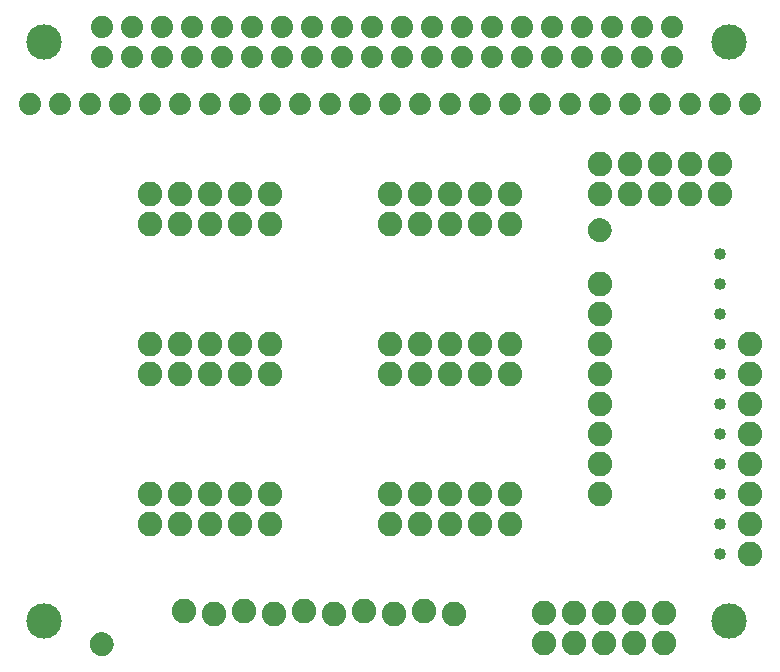
<source format=gts>
G75*
%MOIN*%
%OFA0B0*%
%FSLAX25Y25*%
%IPPOS*%
%LPD*%
%AMOC8*
5,1,8,0,0,1.08239X$1,22.5*
%
%ADD10C,0.11824*%
%ADD11C,0.07400*%
%ADD12C,0.04737*%
%ADD13C,0.01969*%
%ADD14C,0.08200*%
%ADD15C,0.04000*%
D10*
X0018780Y0018780D03*
X0018780Y0211693D03*
X0247126Y0211693D03*
X0247126Y0018780D03*
D11*
X0244000Y0191000D03*
X0254000Y0191000D03*
X0234000Y0191000D03*
X0224000Y0191000D03*
X0214000Y0191000D03*
X0204000Y0191000D03*
X0194000Y0191000D03*
X0184000Y0191000D03*
X0174000Y0191000D03*
X0164000Y0191000D03*
X0154000Y0191000D03*
X0144000Y0191000D03*
X0134000Y0191000D03*
X0124000Y0191000D03*
X0114000Y0191000D03*
X0104000Y0191000D03*
X0094000Y0191000D03*
X0084000Y0191000D03*
X0074000Y0191000D03*
X0064000Y0191000D03*
X0054000Y0191000D03*
X0044000Y0191000D03*
X0034000Y0191000D03*
X0024000Y0191000D03*
X0014000Y0191000D03*
X0037953Y0206693D03*
X0047953Y0206693D03*
X0057953Y0206693D03*
X0067953Y0206693D03*
X0077953Y0206693D03*
X0087953Y0206693D03*
X0097953Y0206693D03*
X0107953Y0206693D03*
X0117953Y0206693D03*
X0127953Y0206693D03*
X0137953Y0206693D03*
X0147953Y0206693D03*
X0157953Y0206693D03*
X0167953Y0206693D03*
X0177953Y0206693D03*
X0187953Y0206693D03*
X0197953Y0206693D03*
X0207953Y0206693D03*
X0217953Y0206693D03*
X0227953Y0206693D03*
X0227953Y0216693D03*
X0217953Y0216693D03*
X0207953Y0216693D03*
X0197953Y0216693D03*
X0187953Y0216693D03*
X0177953Y0216693D03*
X0167953Y0216693D03*
X0157953Y0216693D03*
X0147953Y0216693D03*
X0137953Y0216693D03*
X0127953Y0216693D03*
X0117953Y0216693D03*
X0107953Y0216693D03*
X0097953Y0216693D03*
X0087953Y0216693D03*
X0077953Y0216693D03*
X0067953Y0216693D03*
X0057953Y0216693D03*
X0047953Y0216693D03*
X0037953Y0216693D03*
D12*
X0204000Y0149000D03*
X0038000Y0011000D03*
D13*
X0035047Y0011000D02*
X0035049Y0010892D01*
X0035055Y0010784D01*
X0035065Y0010677D01*
X0035078Y0010570D01*
X0035096Y0010464D01*
X0035118Y0010358D01*
X0035143Y0010253D01*
X0035172Y0010149D01*
X0035205Y0010047D01*
X0035242Y0009945D01*
X0035282Y0009845D01*
X0035326Y0009747D01*
X0035374Y0009650D01*
X0035425Y0009555D01*
X0035479Y0009462D01*
X0035537Y0009371D01*
X0035598Y0009282D01*
X0035663Y0009195D01*
X0035730Y0009111D01*
X0035801Y0009029D01*
X0035874Y0008950D01*
X0035950Y0008874D01*
X0036029Y0008801D01*
X0036111Y0008730D01*
X0036195Y0008663D01*
X0036282Y0008598D01*
X0036371Y0008537D01*
X0036462Y0008479D01*
X0036555Y0008425D01*
X0036650Y0008374D01*
X0036747Y0008326D01*
X0036845Y0008282D01*
X0036945Y0008242D01*
X0037047Y0008205D01*
X0037149Y0008172D01*
X0037253Y0008143D01*
X0037358Y0008118D01*
X0037464Y0008096D01*
X0037570Y0008078D01*
X0037677Y0008065D01*
X0037784Y0008055D01*
X0037892Y0008049D01*
X0038000Y0008047D01*
X0038108Y0008049D01*
X0038216Y0008055D01*
X0038323Y0008065D01*
X0038430Y0008078D01*
X0038536Y0008096D01*
X0038642Y0008118D01*
X0038747Y0008143D01*
X0038851Y0008172D01*
X0038953Y0008205D01*
X0039055Y0008242D01*
X0039155Y0008282D01*
X0039253Y0008326D01*
X0039350Y0008374D01*
X0039445Y0008425D01*
X0039538Y0008479D01*
X0039629Y0008537D01*
X0039718Y0008598D01*
X0039805Y0008663D01*
X0039889Y0008730D01*
X0039971Y0008801D01*
X0040050Y0008874D01*
X0040126Y0008950D01*
X0040199Y0009029D01*
X0040270Y0009111D01*
X0040337Y0009195D01*
X0040402Y0009282D01*
X0040463Y0009371D01*
X0040521Y0009462D01*
X0040575Y0009555D01*
X0040626Y0009650D01*
X0040674Y0009747D01*
X0040718Y0009845D01*
X0040758Y0009945D01*
X0040795Y0010047D01*
X0040828Y0010149D01*
X0040857Y0010253D01*
X0040882Y0010358D01*
X0040904Y0010464D01*
X0040922Y0010570D01*
X0040935Y0010677D01*
X0040945Y0010784D01*
X0040951Y0010892D01*
X0040953Y0011000D01*
X0040951Y0011108D01*
X0040945Y0011216D01*
X0040935Y0011323D01*
X0040922Y0011430D01*
X0040904Y0011536D01*
X0040882Y0011642D01*
X0040857Y0011747D01*
X0040828Y0011851D01*
X0040795Y0011953D01*
X0040758Y0012055D01*
X0040718Y0012155D01*
X0040674Y0012253D01*
X0040626Y0012350D01*
X0040575Y0012445D01*
X0040521Y0012538D01*
X0040463Y0012629D01*
X0040402Y0012718D01*
X0040337Y0012805D01*
X0040270Y0012889D01*
X0040199Y0012971D01*
X0040126Y0013050D01*
X0040050Y0013126D01*
X0039971Y0013199D01*
X0039889Y0013270D01*
X0039805Y0013337D01*
X0039718Y0013402D01*
X0039629Y0013463D01*
X0039538Y0013521D01*
X0039445Y0013575D01*
X0039350Y0013626D01*
X0039253Y0013674D01*
X0039155Y0013718D01*
X0039055Y0013758D01*
X0038953Y0013795D01*
X0038851Y0013828D01*
X0038747Y0013857D01*
X0038642Y0013882D01*
X0038536Y0013904D01*
X0038430Y0013922D01*
X0038323Y0013935D01*
X0038216Y0013945D01*
X0038108Y0013951D01*
X0038000Y0013953D01*
X0037892Y0013951D01*
X0037784Y0013945D01*
X0037677Y0013935D01*
X0037570Y0013922D01*
X0037464Y0013904D01*
X0037358Y0013882D01*
X0037253Y0013857D01*
X0037149Y0013828D01*
X0037047Y0013795D01*
X0036945Y0013758D01*
X0036845Y0013718D01*
X0036747Y0013674D01*
X0036650Y0013626D01*
X0036555Y0013575D01*
X0036462Y0013521D01*
X0036371Y0013463D01*
X0036282Y0013402D01*
X0036195Y0013337D01*
X0036111Y0013270D01*
X0036029Y0013199D01*
X0035950Y0013126D01*
X0035874Y0013050D01*
X0035801Y0012971D01*
X0035730Y0012889D01*
X0035663Y0012805D01*
X0035598Y0012718D01*
X0035537Y0012629D01*
X0035479Y0012538D01*
X0035425Y0012445D01*
X0035374Y0012350D01*
X0035326Y0012253D01*
X0035282Y0012155D01*
X0035242Y0012055D01*
X0035205Y0011953D01*
X0035172Y0011851D01*
X0035143Y0011747D01*
X0035118Y0011642D01*
X0035096Y0011536D01*
X0035078Y0011430D01*
X0035065Y0011323D01*
X0035055Y0011216D01*
X0035049Y0011108D01*
X0035047Y0011000D01*
X0201047Y0149000D02*
X0201049Y0148892D01*
X0201055Y0148784D01*
X0201065Y0148677D01*
X0201078Y0148570D01*
X0201096Y0148464D01*
X0201118Y0148358D01*
X0201143Y0148253D01*
X0201172Y0148149D01*
X0201205Y0148047D01*
X0201242Y0147945D01*
X0201282Y0147845D01*
X0201326Y0147747D01*
X0201374Y0147650D01*
X0201425Y0147555D01*
X0201479Y0147462D01*
X0201537Y0147371D01*
X0201598Y0147282D01*
X0201663Y0147195D01*
X0201730Y0147111D01*
X0201801Y0147029D01*
X0201874Y0146950D01*
X0201950Y0146874D01*
X0202029Y0146801D01*
X0202111Y0146730D01*
X0202195Y0146663D01*
X0202282Y0146598D01*
X0202371Y0146537D01*
X0202462Y0146479D01*
X0202555Y0146425D01*
X0202650Y0146374D01*
X0202747Y0146326D01*
X0202845Y0146282D01*
X0202945Y0146242D01*
X0203047Y0146205D01*
X0203149Y0146172D01*
X0203253Y0146143D01*
X0203358Y0146118D01*
X0203464Y0146096D01*
X0203570Y0146078D01*
X0203677Y0146065D01*
X0203784Y0146055D01*
X0203892Y0146049D01*
X0204000Y0146047D01*
X0204108Y0146049D01*
X0204216Y0146055D01*
X0204323Y0146065D01*
X0204430Y0146078D01*
X0204536Y0146096D01*
X0204642Y0146118D01*
X0204747Y0146143D01*
X0204851Y0146172D01*
X0204953Y0146205D01*
X0205055Y0146242D01*
X0205155Y0146282D01*
X0205253Y0146326D01*
X0205350Y0146374D01*
X0205445Y0146425D01*
X0205538Y0146479D01*
X0205629Y0146537D01*
X0205718Y0146598D01*
X0205805Y0146663D01*
X0205889Y0146730D01*
X0205971Y0146801D01*
X0206050Y0146874D01*
X0206126Y0146950D01*
X0206199Y0147029D01*
X0206270Y0147111D01*
X0206337Y0147195D01*
X0206402Y0147282D01*
X0206463Y0147371D01*
X0206521Y0147462D01*
X0206575Y0147555D01*
X0206626Y0147650D01*
X0206674Y0147747D01*
X0206718Y0147845D01*
X0206758Y0147945D01*
X0206795Y0148047D01*
X0206828Y0148149D01*
X0206857Y0148253D01*
X0206882Y0148358D01*
X0206904Y0148464D01*
X0206922Y0148570D01*
X0206935Y0148677D01*
X0206945Y0148784D01*
X0206951Y0148892D01*
X0206953Y0149000D01*
X0206951Y0149108D01*
X0206945Y0149216D01*
X0206935Y0149323D01*
X0206922Y0149430D01*
X0206904Y0149536D01*
X0206882Y0149642D01*
X0206857Y0149747D01*
X0206828Y0149851D01*
X0206795Y0149953D01*
X0206758Y0150055D01*
X0206718Y0150155D01*
X0206674Y0150253D01*
X0206626Y0150350D01*
X0206575Y0150445D01*
X0206521Y0150538D01*
X0206463Y0150629D01*
X0206402Y0150718D01*
X0206337Y0150805D01*
X0206270Y0150889D01*
X0206199Y0150971D01*
X0206126Y0151050D01*
X0206050Y0151126D01*
X0205971Y0151199D01*
X0205889Y0151270D01*
X0205805Y0151337D01*
X0205718Y0151402D01*
X0205629Y0151463D01*
X0205538Y0151521D01*
X0205445Y0151575D01*
X0205350Y0151626D01*
X0205253Y0151674D01*
X0205155Y0151718D01*
X0205055Y0151758D01*
X0204953Y0151795D01*
X0204851Y0151828D01*
X0204747Y0151857D01*
X0204642Y0151882D01*
X0204536Y0151904D01*
X0204430Y0151922D01*
X0204323Y0151935D01*
X0204216Y0151945D01*
X0204108Y0151951D01*
X0204000Y0151953D01*
X0203892Y0151951D01*
X0203784Y0151945D01*
X0203677Y0151935D01*
X0203570Y0151922D01*
X0203464Y0151904D01*
X0203358Y0151882D01*
X0203253Y0151857D01*
X0203149Y0151828D01*
X0203047Y0151795D01*
X0202945Y0151758D01*
X0202845Y0151718D01*
X0202747Y0151674D01*
X0202650Y0151626D01*
X0202555Y0151575D01*
X0202462Y0151521D01*
X0202371Y0151463D01*
X0202282Y0151402D01*
X0202195Y0151337D01*
X0202111Y0151270D01*
X0202029Y0151199D01*
X0201950Y0151126D01*
X0201874Y0151050D01*
X0201801Y0150971D01*
X0201730Y0150889D01*
X0201663Y0150805D01*
X0201598Y0150718D01*
X0201537Y0150629D01*
X0201479Y0150538D01*
X0201425Y0150445D01*
X0201374Y0150350D01*
X0201326Y0150253D01*
X0201282Y0150155D01*
X0201242Y0150055D01*
X0201205Y0149953D01*
X0201172Y0149851D01*
X0201143Y0149747D01*
X0201118Y0149642D01*
X0201096Y0149536D01*
X0201078Y0149430D01*
X0201065Y0149323D01*
X0201055Y0149216D01*
X0201049Y0149108D01*
X0201047Y0149000D01*
D14*
X0204000Y0161000D03*
X0204000Y0171000D03*
X0214000Y0171000D03*
X0214000Y0161000D03*
X0224000Y0161000D03*
X0224000Y0171000D03*
X0234000Y0171000D03*
X0234000Y0161000D03*
X0244000Y0161000D03*
X0244000Y0171000D03*
X0204000Y0131000D03*
X0204000Y0121000D03*
X0204000Y0111000D03*
X0204000Y0101000D03*
X0204000Y0091000D03*
X0204000Y0081000D03*
X0204000Y0071000D03*
X0204000Y0061000D03*
X0174000Y0061000D03*
X0174000Y0051000D03*
X0164000Y0051000D03*
X0164000Y0061000D03*
X0154000Y0061000D03*
X0154000Y0051000D03*
X0144000Y0051000D03*
X0134000Y0051000D03*
X0134000Y0061000D03*
X0144000Y0061000D03*
X0145500Y0022000D03*
X0135500Y0021000D03*
X0125500Y0022000D03*
X0115500Y0021000D03*
X0105500Y0022000D03*
X0095500Y0021000D03*
X0085500Y0022000D03*
X0075500Y0021000D03*
X0065500Y0022000D03*
X0064000Y0051000D03*
X0064000Y0061000D03*
X0054000Y0061000D03*
X0054000Y0051000D03*
X0074000Y0051000D03*
X0074000Y0061000D03*
X0084000Y0061000D03*
X0094000Y0061000D03*
X0094000Y0051000D03*
X0084000Y0051000D03*
X0084000Y0101000D03*
X0094000Y0101000D03*
X0094000Y0111000D03*
X0084000Y0111000D03*
X0074000Y0111000D03*
X0074000Y0101000D03*
X0064000Y0101000D03*
X0064000Y0111000D03*
X0054000Y0111000D03*
X0054000Y0101000D03*
X0054000Y0151000D03*
X0054000Y0161000D03*
X0064000Y0161000D03*
X0064000Y0151000D03*
X0074000Y0151000D03*
X0074000Y0161000D03*
X0084000Y0161000D03*
X0094000Y0161000D03*
X0094000Y0151000D03*
X0084000Y0151000D03*
X0134000Y0151000D03*
X0144000Y0151000D03*
X0144000Y0161000D03*
X0134000Y0161000D03*
X0154000Y0161000D03*
X0154000Y0151000D03*
X0164000Y0151000D03*
X0164000Y0161000D03*
X0174000Y0161000D03*
X0174000Y0151000D03*
X0174000Y0111000D03*
X0174000Y0101000D03*
X0164000Y0101000D03*
X0164000Y0111000D03*
X0154000Y0111000D03*
X0154000Y0101000D03*
X0144000Y0101000D03*
X0134000Y0101000D03*
X0134000Y0111000D03*
X0144000Y0111000D03*
X0155500Y0021000D03*
X0185500Y0021500D03*
X0185500Y0011500D03*
X0195500Y0011500D03*
X0195500Y0021500D03*
X0205500Y0021500D03*
X0205500Y0011500D03*
X0215500Y0011500D03*
X0215500Y0021500D03*
X0225500Y0021500D03*
X0225500Y0011500D03*
X0254000Y0041000D03*
X0254000Y0051000D03*
X0254000Y0061000D03*
X0254000Y0071000D03*
X0254000Y0081000D03*
X0254000Y0091000D03*
X0254000Y0101000D03*
X0254000Y0111000D03*
D15*
X0244000Y0111000D03*
X0244000Y0101000D03*
X0244000Y0091000D03*
X0244000Y0081000D03*
X0244000Y0071000D03*
X0244000Y0061000D03*
X0244000Y0051000D03*
X0244000Y0041000D03*
X0244000Y0121000D03*
X0244000Y0131000D03*
X0244000Y0141000D03*
M02*

</source>
